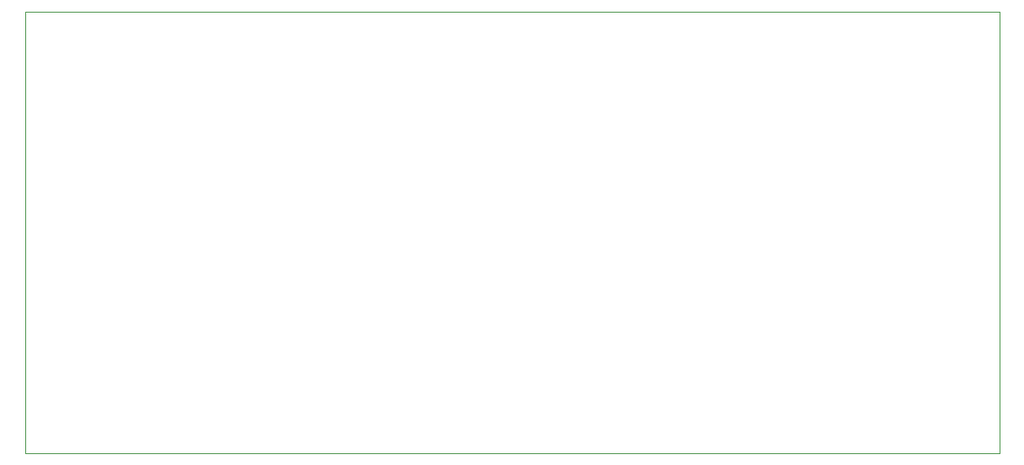
<source format=gko>
G04 #@! TF.FileFunction,Profile,NP*
%FSLAX46Y46*%
G04 Gerber Fmt 4.6, Leading zero omitted, Abs format (unit mm)*
G04 Created by KiCad (PCBNEW 4.0.7-e1-6374~58~ubuntu16.04.1) date Mon Aug  7 21:59:43 2017*
%MOMM*%
%LPD*%
G01*
G04 APERTURE LIST*
%ADD10C,0.100000*%
G04 APERTURE END LIST*
D10*
X158000000Y-140500000D02*
X158000000Y-96000000D01*
X256000000Y-140500000D02*
X158000000Y-140500000D01*
X256000000Y-96000000D02*
X256000000Y-140500000D01*
X158000000Y-96000000D02*
X256000000Y-96000000D01*
M02*

</source>
